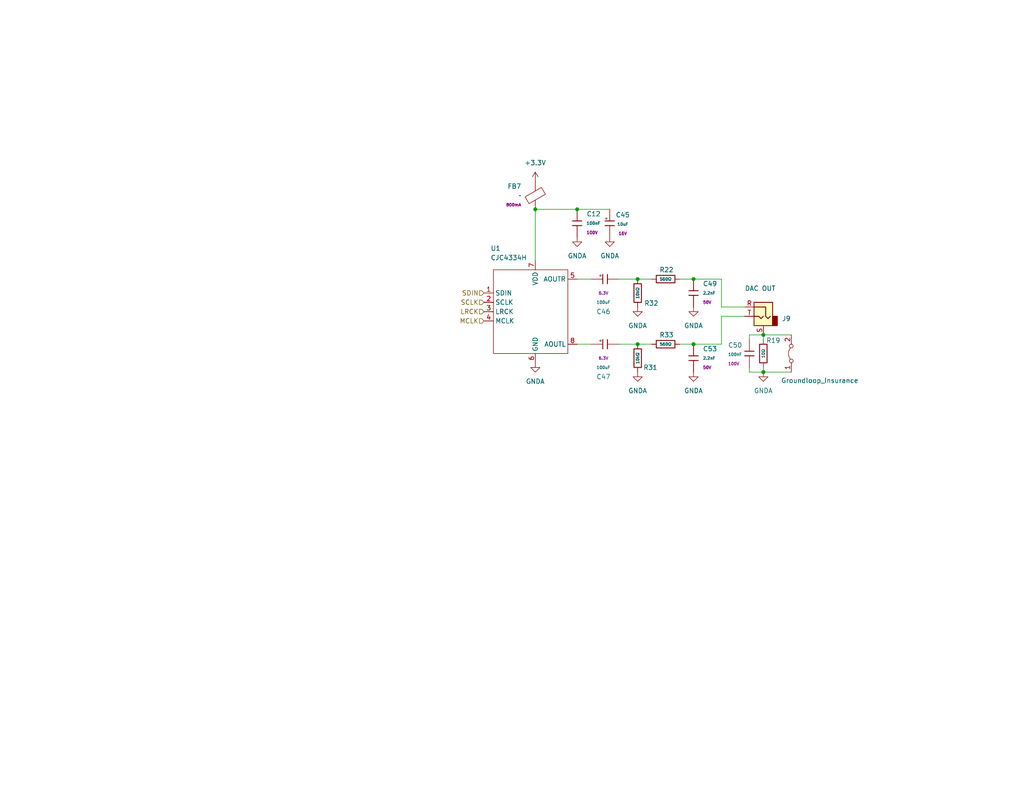
<source format=kicad_sch>
(kicad_sch (version 20250114) (generator "eeschema") (generator_version "9.0")
  (paper "A")
  (lib_symbols
    (symbol "CJC4334H:CJC4334H"
      (property "Reference" "U1" (at 6.604 15.24 0))
      (property "Value" "CJC4334H" (at 6.604 12.7 0))
      (symbol "CJC4334H_0_1"
        (rectangle (start -10.16 10.16) (end 10.16 -12.7))
      )
      (symbol "CJC4334H_1_1"
        (pin input line (at -12.7 3.81 0) (length 2.54) (name "SDIN") (number "1"))
        (pin input line (at -12.7 1.27 0) (length 2.54) (name "SCLK") (number "2"))
        (pin input line (at -12.7 -1.27 0) (length 2.54) (name "LRCK") (number "3"))
        (pin input line (at -12.7 -3.81 0) (length 2.54) (name "MCLK") (number "4"))
        (pin power_in line (at 1.27 12.7 270) (length 2.54) (name "VDD") (number "7"))
        (pin power_in line (at 1.27 -15.24 90) (length 2.54) (name "GND") (number "6"))
        (pin output line (at 12.7 7.62 180) (length 2.54) (name "AOUTR") (number "5"))
        (pin output line (at 12.7 -10.16 180) (length 2.54) (name "AOUTL") (number "8"))
      )
    )
    (symbol "Connector_Audio:AudioJack2_Ground"
      (property "Reference" "J4" (at -5.08 -0.635 0))
      (property "Value" "Audio Out to Soundcard" (at 5.08 7.62 0))
      (symbol "AudioJack2_Ground_0_1"
        (rectangle (start -2.54 -2.54) (end -3.81 0) (stroke (width 0.254)) (fill (type outline)))
        (polyline (pts (xy 0 0) (xy 0.635 -0.635) (xy 1.27 0) (xy 2.54 0)) (stroke (width 0.254)))
        (rectangle (start 2.54 3.81) (end -2.54 -2.54) (stroke (width 0.254)) (fill (type background)))
        (polyline (pts (xy 2.54 2.54) (xy -0.635 2.54) (xy -0.635 0) (xy -1.27 -0.635) (xy -1.905 0)) (stroke (width 0.254)))
      )
      (symbol "AudioJack2_Ground_1_1"
        (pin passive line (at 0 -5.08 90) (length 2.54) (name "~") (number "S"))
        (pin passive line (at 5.08 2.54 180) (length 2.54) (name "~") (number "R"))
        (pin passive line (at 5.08 0 180) (length 2.54) (name "~") (number "T"))
      )
    )
    (symbol "Jumper_2_Bridged_1" (pin_names (offset 0) (hide yes))
      (property "Reference" "JP" (at 0 1.905 0))
      (property "Value" "Jumper_2_Bridged" (at 0 -2.54 0))
      (symbol "Jumper_2_Bridged_1_0_0"
        (circle (center -2.032 0) (radius 0.508))
        (circle (center 2.032 0) (radius 0.508))
      )
      (symbol "Jumper_2_Bridged_1_0_1"
        (arc (start -1.524 0.254) (mid 0 0.762) (end 1.524 0.254))
      )
      (symbol "Jumper_2_Bridged_1_1_1"
        (pin passive line (at -5.08 0 0) (length 2.54) (name "A") (number "1"))
        (pin passive line (at 5.08 0 180) (length 2.54) (name "B") (number "2"))
      )
    )
    (symbol "PCM_JLCPCB-Capacitors:0805,100nF" (pin_numbers (hide yes)) (pin_names (offset 0))
      (property "Reference" "C" (at 2.032 1.668 0))
      (property "Value" "100nF" (at 2.032 -0.3782 0))
      (property "Voltage Rated" "100V" (at 2.032 -2.0462 0))
      (symbol "0805,100nF_0_1"
        (polyline (pts (xy -1.27 0.635) (xy 1.27 0.635)) (stroke (width 0.254)))
        (polyline (pts (xy -1.27 -0.635) (xy 1.27 -0.635)) (stroke (width 0.254)))
      )
      (symbol "0805,100nF_1_1"
        (pin passive line (at 0 3.81 270) (length 3.175) (name "~") (number "1"))
        (pin passive line (at 0 -3.81 90) (length 3.175) (name "~") (number "2"))
      )
    )
    (symbol "PCM_JLCPCB-Capacitors:0805,2.2nF" (pin_numbers (hide yes)) (pin_names (offset 0))
      (property "Reference" "C" (at 2.032 1.668 0))
      (property "Value" "2.2nF" (at 2.032 -0.3782 0))
      (property "Voltage Rated" "50V" (at 2.032 -2.0462 0))
      (symbol "0805,2.2nF_0_1"
        (polyline (pts (xy -1.27 0.635) (xy 1.27 0.635)) (stroke (width 0.254)))
        (polyline (pts (xy -1.27 -0.635) (xy 1.27 -0.635)) (stroke (width 0.254)))
      )
      (symbol "0805,2.2nF_1_1"
        (pin passive line (at 0 3.81 270) (length 3.175) (name "~") (number "1"))
        (pin passive line (at 0 -3.81 90) (length 3.175) (name "~") (number "2"))
      )
    )
    (symbol "PCM_JLCPCB-Capacitors:CASE-A-3216-18(mm),10uF" (pin_numbers (hide yes)) (pin_names (offset 0))
      (property "Reference" "C" (at 2.032 1.668 0))
      (property "Value" "10uF" (at 2.032 -0.3782 0))
      (property "Rated Voltage" "16V" (at 2.032 -2.0462 0))
      (symbol "CASE-A-3216-18(mm),10uF_0_1"
        (polyline (pts (xy -1.27 1.27) (xy -0.635 1.27)) (stroke (width 0.127)))
        (polyline (pts (xy -1.27 0.635) (xy 1.27 0.635)) (stroke (width 0.254)))
        (polyline (pts (xy -1.27 -0.635) (xy 1.27 -0.635)) (stroke (width 0.254)))
        (polyline (pts (xy -0.9525 1.5875) (xy -0.9525 0.9525)) (stroke (width 0.127)))
      )
      (symbol "CASE-A-3216-18(mm),10uF_1_1"
        (pin passive line (at 0 3.81 270) (length 3.175) (name "~") (number "1"))
        (pin passive line (at 0 -3.81 90) (length 3.175) (name "~") (number "2"))
      )
    )
    (symbol "PCM_JLCPCB-Capacitors:CASE-B-3528-21(mm),100uF" (pin_numbers (hide yes)) (pin_names (offset 0))
      (property "Reference" "C" (at 2.032 1.668 0))
      (property "Value" "100uF" (at 2.032 -0.3782 0))
      (property "Rated Voltage" "6.3V" (at 2.032 -2.0462 0))
      (symbol "CASE-B-3528-21(mm),100uF_0_1"
        (polyline (pts (xy -1.27 1.27) (xy -0.635 1.27)) (stroke (width 0.127)))
        (polyline (pts (xy -1.27 0.635) (xy 1.27 0.635)) (stroke (width 0.254)))
        (polyline (pts (xy -1.27 -0.635) (xy 1.27 -0.635)) (stroke (width 0.254)))
        (polyline (pts (xy -0.9525 1.5875) (xy -0.9525 0.9525)) (stroke (width 0.127)))
      )
      (symbol "CASE-B-3528-21(mm),100uF_1_1"
        (pin passive line (at 0 3.81 270) (length 3.175) (name "~") (number "1"))
        (pin passive line (at 0 -3.81 90) (length 3.175) (name "~") (number "2"))
      )
    )
    (symbol "PCM_JLCPCB-Inductors:Ferrite,0805" (pin_numbers (hide yes)) (pin_names (offset 0))
      (property "Reference" "FB" (at 3.4036 1.2508 0))
      (property "Current Rating" "800mA" (at 3.4036 -1.5274 0))
      (symbol "Ferrite,0805_0_1"
        (polyline (pts (xy -2.7686 0.4064) (xy -1.7018 2.2606) (xy 2.7686 -0.3048) (xy 1.6764 -2.159) (xy -2.7686 0.4064)))
        (polyline (pts (xy 0 1.27) (xy 0 1.2954)))
        (polyline (pts (xy 0 -1.27) (xy 0 -1.2192)))
      )
      (symbol "Ferrite,0805_1_1"
        (pin passive line (at 0 3.81 270) (length 2.54) (name "~") (number "1"))
        (pin passive line (at 0 -3.81 90) (length 2.54) (name "~") (number "2"))
      )
    )
    (symbol "PCM_JLCPCB-Resistors:0603,10Ω" (pin_numbers (hide yes)) (pin_names (offset 0))
      (property "Reference" "R" (at 1.778 0 0))
      (property "Value" "10Ω" (at 0 0 90))
      (symbol "0603,10Ω_0_1"
        (rectangle (start -1.016 2.54) (end 1.016 -2.54) (stroke (width 0.254)))
      )
      (symbol "0603,10Ω_1_1"
        (pin passive line (at 0 3.81 270) (length 1.27) (name "~") (number "1"))
        (pin passive line (at 0 -3.81 90) (length 1.27) (name "~") (number "2"))
      )
    )
    (symbol "PCM_JLCPCB-Resistors:0805,10kΩ" (pin_numbers (hide yes)) (pin_names (offset 0))
      (property "Reference" "R" (at 1.778 0 0))
      (property "Value" "10kΩ" (at 0 0 90))
      (symbol "0805,10kΩ_0_1"
        (rectangle (start -1.016 2.54) (end 1.016 -2.54) (stroke (width 0.254)))
      )
      (symbol "0805,10kΩ_1_1"
        (pin passive line (at 0 3.81 270) (length 1.27) (name "~") (number "1"))
        (pin passive line (at 0 -3.81 90) (length 1.27) (name "~") (number "2"))
      )
    )
    (symbol "PCM_JLCPCB-Resistors:0805,560Ω" (pin_numbers (hide yes)) (pin_names (offset 0))
      (property "Reference" "R" (at 1.778 0 0))
      (property "Value" "560Ω" (at 0 0 90))
      (symbol "0805,560Ω_0_1"
        (rectangle (start -1.016 2.54) (end 1.016 -2.54) (stroke (width 0.254)))
      )
      (symbol "0805,560Ω_1_1"
        (pin passive line (at 0 3.81 270) (length 1.27) (name "~") (number "1"))
        (pin passive line (at 0 -3.81 90) (length 1.27) (name "~") (number "2"))
      )
    )
    (symbol "power:+3.3V" (power) (pin_numbers (hide yes)) (pin_names (offset 0) (hide yes))
      (property "Value" "+3.3V" (at 0 3.556 0))
      (symbol "+3.3V_0_1"
        (polyline (pts (xy -0.762 1.27) (xy 0 2.54)))
        (polyline (pts (xy 0 2.54) (xy 0.762 1.27)))
        (polyline (pts (xy 0 0) (xy 0 2.54)))
      )
      (symbol "+3.3V_1_1"
        (pin power_in line (at 0 0 90) (length 0) (name "~") (number "1"))
      )
    )
    (symbol "power:GNDA" (power) (pin_names (offset 0))
      (property "Value" "GNDA" (at 0 -3.81 0))
      (symbol "GNDA_0_1"
        (polyline (pts (xy 0 0) (xy 0 -1.27) (xy 1.27 -1.27) (xy 0 -2.54) (xy -1.27 -1.27) (xy 0 -1.27)))
      )
      (symbol "GNDA_1_1"
        (pin power_in line (at 0 0 270) (length 0) (hide yes) (name "GNDA") (number "1"))
      )
    )
  )
  (junction (at 146.05 57.15))
  (junction (at 208.28 91.44))
  (junction (at 173.99 76.2))
  (junction (at 189.23 93.98))
  (junction (at 157.48 57.15))
  (junction (at 173.99 93.98))
  (junction (at 189.23 76.2))
  (junction (at 208.28 101.6))
  (wire (pts (xy 185.42 93.98) (xy 189.23 93.98)))
  (wire (pts (xy 196.85 83.82) (xy 203.2 83.82)))
  (wire (pts (xy 196.85 93.98) (xy 196.85 86.36)))
  (wire (pts (xy 157.48 76.2) (xy 161.29 76.2)))
  (wire (pts (xy 168.91 93.98) (xy 173.99 93.98)))
  (wire (pts (xy 204.47 91.44) (xy 208.28 91.44)))
  (wire (pts (xy 189.23 76.2) (xy 196.85 76.2)))
  (wire (pts (xy 168.91 76.2) (xy 173.99 76.2)))
  (wire (pts (xy 196.85 76.2) (xy 196.85 83.82)))
  (wire (pts (xy 204.47 92.71) (xy 204.47 91.44)))
  (wire (pts (xy 189.23 93.98) (xy 196.85 93.98)))
  (wire (pts (xy 215.9 91.44) (xy 208.28 91.44)))
  (wire (pts (xy 173.99 76.2) (xy 177.8 76.2)))
  (wire (pts (xy 196.85 86.36) (xy 203.2 86.36)))
  (wire (pts (xy 173.99 93.98) (xy 177.8 93.98)))
  (wire (pts (xy 157.48 57.15) (xy 166.37 57.15)))
  (wire (pts (xy 208.28 101.6) (xy 215.9 101.6)))
  (wire (pts (xy 185.42 76.2) (xy 189.23 76.2)))
  (wire (pts (xy 204.47 101.6) (xy 208.28 101.6)))
  (wire (pts (xy 146.05 57.15) (xy 146.05 71.12)))
  (wire (pts (xy 157.48 93.98) (xy 161.29 93.98)))
  (wire (pts (xy 208.28 100.33) (xy 208.28 101.6)))
  (wire (pts (xy 146.05 57.15) (xy 157.48 57.15)))
  (wire (pts (xy 208.28 92.71) (xy 208.28 91.44)))
  (wire (pts (xy 204.47 100.33) (xy 204.47 101.6)))
  (hierarchical_label "MCLK" (shape input) (at 132.08 87.63 180))
  (hierarchical_label "LRCK" (shape input) (at 132.08 85.09 180))
  (hierarchical_label "SDIN" (shape input) (at 132.08 80.01 180))
  (hierarchical_label "SCLK" (shape input) (at 132.08 82.55 180))
  (symbol (lib_name "Jumper_2_Bridged_1") (lib_id "Jumper:Jumper_2_Bridged") (at 215.9 96.52 90) (unit 1)
    (property "Reference" "e3" (effects (hide yes)))
    (property "Value" "Groundloop_Insurance" (at 213.106 103.886 90) (effects (justify right)))
    (property "Footprint" "Jumper:SolderJumper-2_P1.3mm_Bridged_RoundedPad1.0x1.5mm" (effects (hide yes)))
    (property "Description" "Jumper, 2-pole, closed/bridged" (effects (hide yes)))
  )
  (symbol (lib_id "power:GNDA") (at 173.99 83.82 0) (unit 1)
    (property "Reference" "#PWR077" (effects (hide yes)))
    (property "Value" "GNDA" (at 173.99 88.9 0))
  )
  (symbol (lib_id "PCM_JLCPCB-Capacitors:0805,100nF") (at 204.47 96.52 180) (unit 1)
    (property "Reference" "C50" (at 198.628 94.2339 0) (effects (justify right)))
    (property "Value" "100nF" (at 198.628 96.774 0) (effects (font (size 0.8 0.8)) (justify right)))
    (property "Footprint" "PCM_JLCPCB:C_0805" (effects (hide yes)))
    (property "Datasheet" "https://www.lcsc.com/datasheet/lcsc_datasheet_2304140030_Samsung-Electro-Mechanics-CL21B104KCFNNNE_C28233.pdf" (effects (hide yes)))
    (property "Description" "100V 100nF X7R ±10% 0805 Multilayer Ceramic Capacitors MLCC - SMD/SMT ROHS" (effects (hide yes)))
    (property "LCSC" "C28233" (effects (hide yes)))
    (property "Stock" "1168020" (effects (hide yes)))
    (property "Price" "0.009USD" (effects (hide yes)))
    (property "Process" "SMT" (effects (hide yes)))
    (property "Minimum Qty" "20" (effects (hide yes)))
    (property "Attrition Qty" "10" (effects (hide yes)))
    (property "Class" "Basic Component" (effects (hide yes)))
    (property "Category" "Capacitors,Multilayer Ceramic Capacitors MLCC - SMD/SMT" (effects (hide yes)))
    (property "Manufacturer" "Samsung Electro-Mechanics" (effects (hide yes)))
    (property "Part" "CL21B104KCFNNNE" (effects (hide yes)))
    (property "Voltage Rated" "100V" (at 198.628 99.314 0) (effects (font (size 0.8 0.8)) (justify right)))
    (property "Tolerance" "±10%" (effects (hide yes)))
    (property "Capacitance" "100nF" (effects (hide yes)))
    (property "Temperature Coefficient" "X7R" (effects (hide yes)))
  )
  (symbol (lib_id "Connector_Audio:AudioJack2_Ground") (at 208.28 86.36 0) (mirror y) (unit 1)
    (property "Reference" "J9" (at 213.36 86.995 0) (effects (justify right)))
    (property "Value" "DAC OUT" (at 203.2 78.74 0) (effects (justify right)))
    (property "Footprint" "Intro_to_CAD:Jack_3.5mm_CUI_SJ-3523-SMT_Horizontal" (effects (hide yes)))
    (property "Datasheet" "https://www.lcsc.com/datasheet/lcsc_datasheet_1811132022_BOOMELE-Boom-Precision-Elec-PJ-320B_C18594.pdf" (effects (hide yes)))
    (property "LCSC" "C18594" (effects (hide yes)))
  )
  (symbol (lib_id "power:GNDA") (at 189.23 101.6 0) (unit 1)
    (property "Reference" "#PWR045" (effects (hide yes)))
    (property "Value" "GNDA" (at 189.23 106.68 0))
  )
  (symbol (lib_id "power:GNDA") (at 146.05 99.06 0) (unit 1)
    (property "Reference" "#PWR071" (effects (hide yes)))
    (property "Value" "GNDA" (at 146.05 104.14 0))
  )
  (symbol (lib_id "power:GNDA") (at 157.48 64.77 0) (unit 1)
    (property "Reference" "#PWR073" (effects (hide yes)))
    (property "Value" "GNDA" (at 157.48 69.85 0))
  )
  (symbol (lib_id "PCM_JLCPCB-Capacitors:CASE-B-3528-21(mm),100uF") (at 165.1 93.98 90) (mirror x) (unit 1)
    (property "Reference" "C47" (at 164.6555 102.87 90))
    (property "Value" "100uF" (at 164.6555 100.33 90) (effects (font (size 0.8 0.8))))
    (property "Footprint" "PCM_JLCPCB:C_CASE-B-3528-21(mm)" (effects (hide yes)))
    (property "Datasheet" "https://www.lcsc.com/datasheet/lcsc_datasheet_2111161030_Kyocera-AVX-TAJB107K006RNJ_C16133.pdf" (effects (hide yes)))
    (property "Description" "100uF 6.3V 1.7Ω@100kHz ±10% CASE-B-3528-21(mm) Tantalum Capacitors ROHS" (effects (hide yes)))
    (property "LCSC" "C16133" (effects (hide yes)))
    (property "Stock" "294947" (effects (hide yes)))
    (property "Price" "0.161USD" (effects (hide yes)))
    (property "Process" "SMT" (effects (hide yes)))
    (property "Minimum Qty" "5" (effects (hide yes)))
    (property "Attrition Qty" "2" (effects (hide yes)))
    (property "Class" "Basic Component" (effects (hide yes)))
    (property "Category" "Capacitors,Tantalum Capacitors" (effects (hide yes)))
    (property "Manufacturer" "AVX" (effects (hide yes)))
    (property "Part" "TAJB107K006RNJ" (effects (hide yes)))
    (property "Operating Temperature" "-55°C~+125°C" (effects (hide yes)))
    (property "Equivalent Series Resistance(ESR)" "1.7Ω@100kHz" (effects (hide yes)))
    (property "Tolerance" "±10%" (effects (hide yes)))
    (property "Capacitance" "100uF" (effects (hide yes)))
    (property "Rated Voltage" "6.3V" (at 164.6555 97.79 90) (effects (font (size 0.8 0.8))))
  )
  (symbol (lib_id "power:GNDA") (at 166.37 64.77 0) (unit 1)
    (property "Reference" "#PWR074" (effects (hide yes)))
    (property "Value" "GNDA" (at 166.37 69.85 0))
  )
  (symbol (lib_id "PCM_JLCPCB-Resistors:0805,560Ω") (at 181.61 93.98 90) (unit 1)
    (property "Reference" "R33" (at 181.864 91.44 90))
    (property "Value" "560Ω" (at 181.61 93.98 90) (effects (font (size 0.8 0.8))))
    (property "Footprint" "PCM_JLCPCB:R_0805" (effects (hide yes)))
    (property "Datasheet" "https://www.lcsc.com/datasheet/lcsc_datasheet_2206010030_UNI-ROYAL-Uniroyal-Elec-0805W8F5600T5E_C28636.pdf" (effects (hide yes)))
    (property "Description" "125mW Thick Film Resistors 150V ±100ppm/°C ±1% 560Ω 0805 Chip Resistor - Surface Mount ROHS" (effects (hide yes)))
    (property "LCSC" "C28636" (effects (hide yes)))
    (property "Stock" "185663" (effects (hide yes)))
    (property "Price" "0.005USD" (effects (hide yes)))
    (property "Process" "SMT" (effects (hide yes)))
    (property "Minimum Qty" "20" (effects (hide yes)))
    (property "Attrition Qty" "10" (effects (hide yes)))
    (property "Class" "Basic Component" (effects (hide yes)))
    (property "Category" "Resistors,Chip Resistor - Surface Mount" (effects (hide yes)))
    (property "Manufacturer" "UNI-ROYAL(Uniroyal Elec)" (effects (hide yes)))
    (property "Part" "0805W8F5600T5E" (effects (hide yes)))
    (property "Resistance" "560Ω" (effects (hide yes)))
    (property "Power(Watts)" "125mW" (effects (hide yes)))
    (property "Type" "Thick Film Resistors" (effects (hide yes)))
    (property "Overload Voltage (Max)" "150V" (effects (hide yes)))
    (property "Operating Temperature Range" "-55°C~+155°C" (effects (hide yes)))
    (property "Tolerance" "±1%" (effects (hide yes)))
    (property "Temperature Coefficient" "±100ppm/°C" (effects (hide yes)))
  )
  (symbol (lib_id "PCM_JLCPCB-Resistors:0805,10kΩ") (at 173.99 80.01 0) (unit 1)
    (property "Reference" "R32" (at 175.768 82.804 0) (effects (justify left)))
    (property "Value" "10kΩ" (at 173.99 80.01 90) (effects (font (size 0.8 0.8))))
    (property "Footprint" "PCM_JLCPCB:R_0805" (effects (hide yes)))
    (property "Datasheet" "https://www.lcsc.com/datasheet/lcsc_datasheet_2411221126_UNI-ROYAL-Uniroyal-Elec-0805W8F1002T5E_C17414.pdf" (effects (hide yes)))
    (property "Description" "125mW Thick Film Resistors 150V ±100ppm/°C ±1% 10kΩ 0805 Chip Resistor - Surface Mount ROHS" (effects (hide yes)))
    (property "LCSC" "C17414" (effects (hide yes)))
    (property "Stock" "12301172" (effects (hide yes)))
    (property "Price" "0.005USD" (effects (hide yes)))
    (property "Process" "SMT" (effects (hide yes)))
    (property "Minimum Qty" "20" (effects (hide yes)))
    (property "Attrition Qty" "10" (effects (hide yes)))
    (property "Class" "Basic Component" (effects (hide yes)))
    (property "Category" "Resistors,Chip Resistor - Surface Mount" (effects (hide yes)))
    (property "Manufacturer" "UNI-ROYAL(Uniroyal Elec)" (effects (hide yes)))
    (property "Part" "0805W8F1002T5E" (effects (hide yes)))
    (property "Resistance" "10kΩ" (effects (hide yes)))
    (property "Power(Watts)" "125mW" (effects (hide yes)))
    (property "Type" "Thick Film Resistors" (effects (hide yes)))
    (property "Overload Voltage (Max)" "150V" (effects (hide yes)))
    (property "Operating Temperature Range" "-55°C~+155°C" (effects (hide yes)))
    (property "Tolerance" "±1%" (effects (hide yes)))
    (property "Temperature Coefficient" "±100ppm/°C" (effects (hide yes)))
  )
  (symbol (lib_id "power:GNDA") (at 173.99 101.6 0) (unit 1)
    (property "Reference" "#PWR078" (effects (hide yes)))
    (property "Value" "GNDA" (at 173.99 106.68 0))
  )
  (symbol (lib_id "PCM_JLCPCB-Resistors:0805,10kΩ") (at 173.99 97.79 0) (unit 1)
    (property "Reference" "R31" (at 175.514 100.33 0) (effects (justify left)))
    (property "Value" "10kΩ" (at 173.99 97.79 90) (effects (font (size 0.8 0.8))))
    (property "Footprint" "PCM_JLCPCB:R_0805" (effects (hide yes)))
    (property "Datasheet" "https://www.lcsc.com/datasheet/lcsc_datasheet_2411221126_UNI-ROYAL-Uniroyal-Elec-0805W8F1002T5E_C17414.pdf" (effects (hide yes)))
    (property "Description" "125mW Thick Film Resistors 150V ±100ppm/°C ±1% 10kΩ 0805 Chip Resistor - Surface Mount ROHS" (effects (hide yes)))
    (property "LCSC" "C17414" (effects (hide yes)))
    (property "Stock" "12301172" (effects (hide yes)))
    (property "Price" "0.005USD" (effects (hide yes)))
    (property "Process" "SMT" (effects (hide yes)))
    (property "Minimum Qty" "20" (effects (hide yes)))
    (property "Attrition Qty" "10" (effects (hide yes)))
    (property "Class" "Basic Component" (effects (hide yes)))
    (property "Category" "Resistors,Chip Resistor - Surface Mount" (effects (hide yes)))
    (property "Manufacturer" "UNI-ROYAL(Uniroyal Elec)" (effects (hide yes)))
    (property "Part" "0805W8F1002T5E" (effects (hide yes)))
    (property "Resistance" "10kΩ" (effects (hide yes)))
    (property "Power(Watts)" "125mW" (effects (hide yes)))
    (property "Type" "Thick Film Resistors" (effects (hide yes)))
    (property "Overload Voltage (Max)" "150V" (effects (hide yes)))
    (property "Operating Temperature Range" "-55°C~+155°C" (effects (hide yes)))
    (property "Tolerance" "±1%" (effects (hide yes)))
    (property "Temperature Coefficient" "±100ppm/°C" (effects (hide yes)))
  )
  (symbol (lib_id "PCM_JLCPCB-Capacitors:0805,2.2nF") (at 189.23 97.79 0) (unit 1)
    (property "Reference" "C53" (at 191.77 95.2499 0) (effects (justify left)))
    (property "Value" "2.2nF" (at 191.77 97.79 0) (effects (font (size 0.8 0.8)) (justify left)))
    (property "Footprint" "PCM_JLCPCB:C_0805" (effects (hide yes)))
    (property "Datasheet" "https://www.lcsc.com/datasheet/lcsc_datasheet_2304140030_Samsung-Electro-Mechanics-CL21C222JBFNNNE_C28260.pdf" (effects (hide yes)))
    (property "Description" "50V 2.2nF C0G ±5% 0805 Multilayer Ceramic Capacitors MLCC - SMD/SMT ROHS" (effects (hide yes)))
    (property "LCSC" "C28260" (effects (hide yes)))
    (property "Stock" "107552" (effects (hide yes)))
    (property "Price" "0.033USD" (effects (hide yes)))
    (property "Process" "SMT" (effects (hide yes)))
    (property "Minimum Qty" "5" (effects (hide yes)))
    (property "Attrition Qty" "4" (effects (hide yes)))
    (property "Class" "Basic Component" (effects (hide yes)))
    (property "Category" "Capacitors,Multilayer Ceramic Capacitors MLCC - SMD/SMT" (effects (hide yes)))
    (property "Manufacturer" "Samsung Electro-Mechanics" (effects (hide yes)))
    (property "Part" "CL21C222JBFNNNE" (effects (hide yes)))
    (property "Voltage Rated" "50V" (at 191.77 100.33 0) (effects (font (size 0.8 0.8)) (justify left)))
    (property "Tolerance" "±5%" (effects (hide yes)))
    (property "Capacitance" "2.2nF" (effects (hide yes)))
    (property "Temperature Coefficient" "C0G" (effects (hide yes)))
  )
  (symbol (lib_id "PCM_JLCPCB-Capacitors:CASE-B-3528-21(mm),100uF") (at 165.1 76.2 90) (mirror x) (unit 1)
    (property "Reference" "C46" (at 164.6555 85.09 90))
    (property "Value" "100uF" (at 164.6555 82.55 90) (effects (font (size 0.8 0.8))))
    (property "Footprint" "PCM_JLCPCB:C_CASE-B-3528-21(mm)" (effects (hide yes)))
    (property "Datasheet" "https://www.lcsc.com/datasheet/lcsc_datasheet_2111161030_Kyocera-AVX-TAJB107K006RNJ_C16133.pdf" (effects (hide yes)))
    (property "Description" "100uF 6.3V 1.7Ω@100kHz ±10% CASE-B-3528-21(mm) Tantalum Capacitors ROHS" (effects (hide yes)))
    (property "LCSC" "C16133" (effects (hide yes)))
    (property "Stock" "294947" (effects (hide yes)))
    (property "Price" "0.161USD" (effects (hide yes)))
    (property "Process" "SMT" (effects (hide yes)))
    (property "Minimum Qty" "5" (effects (hide yes)))
    (property "Attrition Qty" "2" (effects (hide yes)))
    (property "Class" "Basic Component" (effects (hide yes)))
    (property "Category" "Capacitors,Tantalum Capacitors" (effects (hide yes)))
    (property "Manufacturer" "AVX" (effects (hide yes)))
    (property "Part" "TAJB107K006RNJ" (effects (hide yes)))
    (property "Operating Temperature" "-55°C~+125°C" (effects (hide yes)))
    (property "Equivalent Series Resistance(ESR)" "1.7Ω@100kHz" (effects (hide yes)))
    (property "Tolerance" "±10%" (effects (hide yes)))
    (property "Capacitance" "100uF" (effects (hide yes)))
    (property "Rated Voltage" "6.3V" (at 164.6555 80.01 90) (effects (font (size 0.8 0.8))))
  )
  (symbol (lib_id "CJC4334H:CJC4334H") (at 144.78 83.82 0) (unit 1)
    (property "Reference" "U1" (at 133.858 67.818 0) (effects (justify left)))
    (property "Value" "CJC4334H" (at 133.858 70.358 0) (effects (justify left)))
    (property "Footprint" "Package_SO:SOIC-8_3.9x4.9mm_P1.27mm" (effects (hide yes)))
    (property "Datasheet" "https://jlcpcb.com/api/file/downloadByFileSystemAccessId/8604435438493057024" (effects (hide yes)))
    (property "Description" "CJC4334H Audio I2S Stereo DAC" (effects (hide yes)))
    (property "LCSC" "C41417670" (effects (hide yes)))
  )
  (symbol (lib_id "power:GNDA") (at 189.23 83.82 0) (unit 1)
    (property "Reference" "#PWR079" (effects (hide yes)))
    (property "Value" "GNDA" (at 189.23 88.9 0))
  )
  (symbol (lib_id "PCM_JLCPCB-Inductors:Ferrite,0805") (at 146.05 53.34 0) (mirror x) (unit 1)
    (property "Reference" "FB7" (at 142.24 50.8507 0) (effects (justify right)))
    (property "Value" "~" (at 142.24 53.3908 0) (effects (font (size 0.8 0.8)) (justify right)))
    (property "Footprint" "PCM_JLCPCB:FB_0805" (effects (hide yes)))
    (property "Datasheet" "https://www.lcsc.com/datasheet/lcsc_datasheet_2310301640_Sunlord-GZ2012D101TF_C1015.pdf" (effects (hide yes)))
    (property "Description" "±25% 100Ω@100MHz 0805 Ferrite Beads ROHS" (effects (hide yes)))
    (property "LCSC" "C1015" (effects (hide yes)))
    (property "Stock" "196104" (effects (hide yes)))
    (property "Price" "0.017USD" (effects (hide yes)))
    (property "Process" "SMT" (effects (hide yes)))
    (property "Minimum Qty" "20" (effects (hide yes)))
    (property "Attrition Qty" "10" (effects (hide yes)))
    (property "Class" "Basic Component" (effects (hide yes)))
    (property "Category" "Filters/EMI Optimization,Ferrite Beads" (effects (hide yes)))
    (property "Manufacturer" "Sunlord" (effects (hide yes)))
    (property "Part" "GZ2012D101TF" (effects (hide yes)))
    (property "Impedance @ Frequency" "100Ω@100MHz" (effects (hide yes)))
    (property "Circuits" "1" (effects (hide yes)))
    (property "Current Rating" "800mA" (at 142.24 55.9308 0) (effects (font (size 0.8 0.8)) (justify right)))
    (property "Tolerance" "±25%" (effects (hide yes)))
  )
  (symbol (lib_id "PCM_JLCPCB-Capacitors:CASE-A-3216-18(mm),10uF") (at 166.37 60.96 0) (unit 1)
    (property "Reference" "C45" (at 169.926 58.674 0))
    (property "Value" "10uF" (at 169.926 61.214 0) (effects (font (size 0.8 0.8))))
    (property "Footprint" "PCM_JLCPCB:C_CASE-A-3216-18(mm)" (effects (hide yes)))
    (property "Datasheet" "https://www.lcsc.com/datasheet/lcsc_datasheet_2304140030_Kyocera-AVX-TAJA106K016RNJ_C7171.pdf" (effects (hide yes)))
    (property "Description" "10uF 16V 3Ω@100kHz ±10% CASE-A-3216-18(mm) Tantalum Capacitors ROHS" (effects (hide yes)))
    (property "LCSC" "C7171" (effects (hide yes)))
    (property "Stock" "887054" (effects (hide yes)))
    (property "Price" "0.133USD" (effects (hide yes)))
    (property "Process" "SMT" (effects (hide yes)))
    (property "Minimum Qty" "5" (effects (hide yes)))
    (property "Attrition Qty" "2" (effects (hide yes)))
    (property "Class" "Basic Component" (effects (hide yes)))
    (property "Category" "Capacitors,Tantalum Capacitors" (effects (hide yes)))
    (property "Manufacturer" "AVX" (effects (hide yes)))
    (property "Part" "TAJA106K016RNJ" (effects (hide yes)))
    (property "Operating Temperature" "-55°C~+125°C" (effects (hide yes)))
    (property "Equivalent Series Resistance(ESR)" "3Ω@100kHz" (effects (hide yes)))
    (property "Tolerance" "±10%" (effects (hide yes)))
    (property "Capacitance" "10uF" (effects (hide yes)))
    (property "Rated Voltage" "16V" (at 169.926 63.754 0) (effects (font (size 0.8 0.8))))
  )
  (symbol (lib_id "power:+3.3V") (at 146.05 49.53 0) (unit 1)
    (property "Reference" "#PWR072" (effects (hide yes)))
    (property "Value" "+3.3V" (at 146.05 44.45 0))
    (property "Description" "Power symbol creates a global label with name \"+3.3V\"" (effects (hide yes)))
  )
  (symbol (lib_id "PCM_JLCPCB-Capacitors:0805,2.2nF") (at 189.23 80.01 0) (unit 1)
    (property "Reference" "C49" (at 191.77 77.4699 0) (effects (justify left)))
    (property "Value" "2.2nF" (at 191.77 80.01 0) (effects (font (size 0.8 0.8)) (justify left)))
    (property "Footprint" "PCM_JLCPCB:C_0805" (effects (hide yes)))
    (property "Datasheet" "https://www.lcsc.com/datasheet/lcsc_datasheet_2304140030_Samsung-Electro-Mechanics-CL21C222JBFNNNE_C28260.pdf" (effects (hide yes)))
    (property "Description" "50V 2.2nF C0G ±5% 0805 Multilayer Ceramic Capacitors MLCC - SMD/SMT ROHS" (effects (hide yes)))
    (property "LCSC" "C28260" (effects (hide yes)))
    (property "Stock" "107552" (effects (hide yes)))
    (property "Price" "0.033USD" (effects (hide yes)))
    (property "Process" "SMT" (effects (hide yes)))
    (property "Minimum Qty" "5" (effects (hide yes)))
    (property "Attrition Qty" "4" (effects (hide yes)))
    (property "Class" "Basic Component" (effects (hide yes)))
    (property "Category" "Capacitors,Multilayer Ceramic Capacitors MLCC - SMD/SMT" (effects (hide yes)))
    (property "Manufacturer" "Samsung Electro-Mechanics" (effects (hide yes)))
    (property "Part" "CL21C222JBFNNNE" (effects (hide yes)))
    (property "Voltage Rated" "50V" (at 191.77 82.55 0) (effects (font (size 0.8 0.8)) (justify left)))
    (property "Tolerance" "±5%" (effects (hide yes)))
    (property "Capacitance" "2.2nF" (effects (hide yes)))
    (property "Temperature Coefficient" "C0G" (effects (hide yes)))
  )
  (symbol (lib_id "PCM_JLCPCB-Resistors:0805,560Ω") (at 181.61 76.2 90) (unit 1)
    (property "Reference" "R22" (at 181.864 73.66 90))
    (property "Value" "560Ω" (at 181.61 76.2 90) (effects (font (size 0.8 0.8))))
    (property "Footprint" "PCM_JLCPCB:R_0805" (effects (hide yes)))
    (property "Datasheet" "https://www.lcsc.com/datasheet/lcsc_datasheet_2206010030_UNI-ROYAL-Uniroyal-Elec-0805W8F5600T5E_C28636.pdf" (effects (hide yes)))
    (property "Description" "125mW Thick Film Resistors 150V ±100ppm/°C ±1% 560Ω 0805 Chip Resistor - Surface Mount ROHS" (effects (hide yes)))
    (property "LCSC" "C28636" (effects (hide yes)))
    (property "Stock" "185663" (effects (hide yes)))
    (property "Price" "0.005USD" (effects (hide yes)))
    (property "Process" "SMT" (effects (hide yes)))
    (property "Minimum Qty" "20" (effects (hide yes)))
    (property "Attrition Qty" "10" (effects (hide yes)))
    (property "Class" "Basic Component" (effects (hide yes)))
    (property "Category" "Resistors,Chip Resistor - Surface Mount" (effects (hide yes)))
    (property "Manufacturer" "UNI-ROYAL(Uniroyal Elec)" (effects (hide yes)))
    (property "Part" "0805W8F5600T5E" (effects (hide yes)))
    (property "Resistance" "560Ω" (effects (hide yes)))
    (property "Power(Watts)" "125mW" (effects (hide yes)))
    (property "Type" "Thick Film Resistors" (effects (hide yes)))
    (property "Overload Voltage (Max)" "150V" (effects (hide yes)))
    (property "Operating Temperature Range" "-55°C~+155°C" (effects (hide yes)))
    (property "Tolerance" "±1%" (effects (hide yes)))
    (property "Temperature Coefficient" "±100ppm/°C" (effects (hide yes)))
  )
  (symbol (lib_id "PCM_JLCPCB-Resistors:0603,10Ω") (at 208.28 96.52 0) (unit 1)
    (property "Reference" "R19" (at 209.042 92.964 0) (effects (justify left)))
    (property "Value" "10Ω" (at 208.28 96.52 90) (effects (font (size 0.8 0.8))))
    (property "Footprint" "PCM_JLCPCB:R_0603" (effects (hide yes)))
    (property "Datasheet" "https://www.lcsc.com/datasheet/lcsc_datasheet_2206010130_UNI-ROYAL-Uniroyal-Elec-0603WAF100JT5E_C22859.pdf" (effects (hide yes)))
    (property "Description" "100mW Thick Film Resistors 75V ±1% ±400ppm/°C 10Ω 0603 Chip Resistor - Surface Mount ROHS" (effects (hide yes)))
    (property "LCSC" "C22859" (effects (hide yes)))
    (property "Stock" "5764851" (effects (hide yes)))
    (property "Price" "0.004USD" (effects (hide yes)))
    (property "Process" "SMT" (effects (hide yes)))
    (property "Minimum Qty" "20" (effects (hide yes)))
    (property "Attrition Qty" "10" (effects (hide yes)))
    (property "Class" "Basic Component" (effects (hide yes)))
    (property "Category" "Resistors,Chip Resistor - Surface Mount" (effects (hide yes)))
    (property "Manufacturer" "UNI-ROYAL(Uniroyal Elec)" (effects (hide yes)))
    (property "Part" "0603WAF100JT5E" (effects (hide yes)))
    (property "Resistance" "10Ω" (effects (hide yes)))
    (property "Power(Watts)" "100mW" (effects (hide yes)))
    (property "Type" "Thick Film Resistors" (effects (hide yes)))
    (property "Overload Voltage (Max)" "75V" (effects (hide yes)))
    (property "Operating Temperature Range" "-55°C~+155°C" (effects (hide yes)))
    (property "Tolerance" "±1%" (effects (hide yes)))
    (property "Temperature Coefficient" "±400ppm/°C" (effects (hide yes)))
  )
  (symbol (lib_id "power:GNDA") (at 208.28 101.6 0) (unit 1)
    (property "Reference" "#PWR08" (effects (hide yes)))
    (property "Value" "GNDA" (at 208.28 106.68 0))
  )
  (symbol (lib_id "PCM_JLCPCB-Capacitors:0805,100nF") (at 157.48 60.96 0) (unit 1)
    (property "Reference" "C12" (at 160.02 58.4199 0) (effects (justify left)))
    (property "Value" "100nF" (at 160.02 60.96 0) (effects (font (size 0.8 0.8)) (justify left)))
    (property "Footprint" "PCM_JLCPCB:C_0805" (effects (hide yes)))
    (property "Datasheet" "https://www.lcsc.com/datasheet/lcsc_datasheet_2304140030_Samsung-Electro-Mechanics-CL21B104KCFNNNE_C28233.pdf" (effects (hide yes)))
    (property "Description" "100V 100nF X7R ±10% 0805 Multilayer Ceramic Capacitors MLCC - SMD/SMT ROHS" (effects (hide yes)))
    (property "LCSC" "C28233" (effects (hide yes)))
    (property "Stock" "1168020" (effects (hide yes)))
    (property "Price" "0.009USD" (effects (hide yes)))
    (property "Process" "SMT" (effects (hide yes)))
    (property "Minimum Qty" "20" (effects (hide yes)))
    (property "Attrition Qty" "10" (effects (hide yes)))
    (property "Class" "Basic Component" (effects (hide yes)))
    (property "Category" "Capacitors,Multilayer Ceramic Capacitors MLCC - SMD/SMT" (effects (hide yes)))
    (property "Manufacturer" "Samsung Electro-Mechanics" (effects (hide yes)))
    (property "Part" "CL21B104KCFNNNE" (effects (hide yes)))
    (property "Voltage Rated" "100V" (at 160.02 63.5 0) (effects (font (size 0.8 0.8)) (justify left)))
    (property "Tolerance" "±10%" (effects (hide yes)))
    (property "Capacitance" "100nF" (effects (hide yes)))
    (property "Temperature Coefficient" "X7R" (effects (hide yes)))
  )
)
</source>
